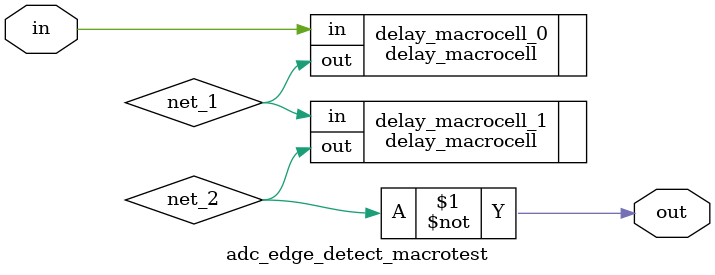
<source format=v>
`default_nettype none

module adc_edge_detect_macrotest(
    in,
    out,
);
    input in;
    output out;
    wire net_1;
    wire net_2;

    delay_macrocell delay_macrocell_0 (.in(in), .out(net_1));
    delay_macrocell delay_macrocell_1 (.in(net_1), .out(net_2));
    assign out = ~net_2;

endmodule


//(* blackbox *)
//module delay_macrocell(in, out);
//    input in;
//    output out;
//endmodule

</source>
